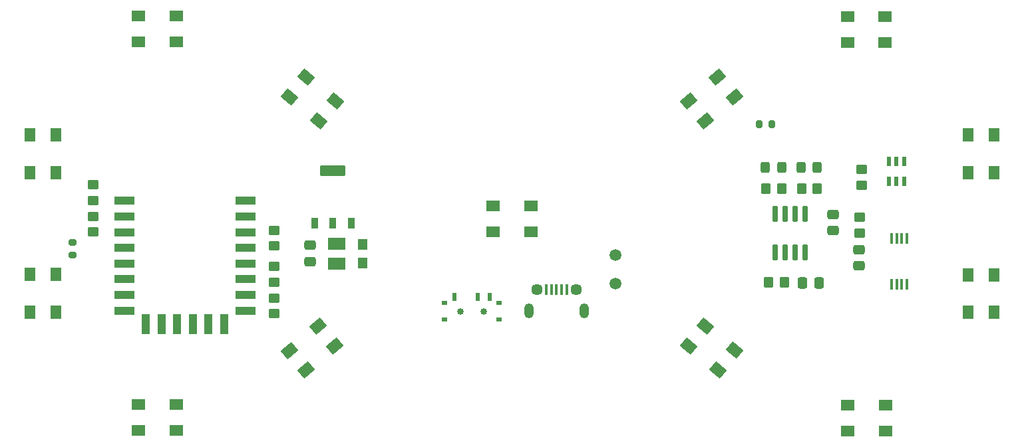
<source format=gbr>
%TF.GenerationSoftware,KiCad,Pcbnew,(7.0.0)*%
%TF.CreationDate,2023-08-19T05:22:45+05:30*%
%TF.ProjectId,glowtie,676c6f77-7469-4652-9e6b-696361645f70,rev?*%
%TF.SameCoordinates,Original*%
%TF.FileFunction,Soldermask,Top*%
%TF.FilePolarity,Negative*%
%FSLAX46Y46*%
G04 Gerber Fmt 4.6, Leading zero omitted, Abs format (unit mm)*
G04 Created by KiCad (PCBNEW (7.0.0)) date 2023-08-19 05:22:45*
%MOMM*%
%LPD*%
G01*
G04 APERTURE LIST*
G04 Aperture macros list*
%AMRoundRect*
0 Rectangle with rounded corners*
0 $1 Rounding radius*
0 $2 $3 $4 $5 $6 $7 $8 $9 X,Y pos of 4 corners*
0 Add a 4 corners polygon primitive as box body*
4,1,4,$2,$3,$4,$5,$6,$7,$8,$9,$2,$3,0*
0 Add four circle primitives for the rounded corners*
1,1,$1+$1,$2,$3*
1,1,$1+$1,$4,$5*
1,1,$1+$1,$6,$7*
1,1,$1+$1,$8,$9*
0 Add four rect primitives between the rounded corners*
20,1,$1+$1,$2,$3,$4,$5,0*
20,1,$1+$1,$4,$5,$6,$7,0*
20,1,$1+$1,$6,$7,$8,$9,0*
20,1,$1+$1,$8,$9,$2,$3,0*%
%AMRotRect*
0 Rectangle, with rotation*
0 The origin of the aperture is its center*
0 $1 length*
0 $2 width*
0 $3 Rotation angle, in degrees counterclockwise*
0 Add horizontal line*
21,1,$1,$2,0,0,$3*%
G04 Aperture macros list end*
%ADD10C,0.850000*%
%ADD11R,0.500000X1.000000*%
%ADD12R,0.800000X0.500000*%
%ADD13RoundRect,0.250000X-0.450000X0.350000X-0.450000X-0.350000X0.450000X-0.350000X0.450000X0.350000X0*%
%ADD14RotRect,1.400000X1.800000X310.000000*%
%ADD15R,1.800000X1.400000*%
%ADD16R,1.400000X1.800000*%
%ADD17RoundRect,0.250000X-0.475000X0.337500X-0.475000X-0.337500X0.475000X-0.337500X0.475000X0.337500X0*%
%ADD18RotRect,1.400000X1.800000X50.000000*%
%ADD19RoundRect,0.200000X-0.275000X0.200000X-0.275000X-0.200000X0.275000X-0.200000X0.275000X0.200000X0*%
%ADD20C,1.500000*%
%ADD21R,0.550000X1.200000*%
%ADD22R,2.500000X1.100000*%
%ADD23R,1.100000X2.500000*%
%ADD24R,0.450000X1.475000*%
%ADD25RoundRect,0.250000X0.350000X0.450000X-0.350000X0.450000X-0.350000X-0.450000X0.350000X-0.450000X0*%
%ADD26RoundRect,0.093000X-0.372000X-0.562000X0.372000X-0.562000X0.372000X0.562000X-0.372000X0.562000X0*%
%ADD27RoundRect,0.131000X-1.489000X-0.524000X1.489000X-0.524000X1.489000X0.524000X-1.489000X0.524000X0*%
%ADD28RoundRect,0.250000X0.450000X-0.350000X0.450000X0.350000X-0.450000X0.350000X-0.450000X-0.350000X0*%
%ADD29RoundRect,0.250000X-0.350000X-0.450000X0.350000X-0.450000X0.350000X0.450000X-0.350000X0.450000X0*%
%ADD30R,1.299997X1.405349*%
%ADD31RoundRect,0.250000X0.475000X-0.337500X0.475000X0.337500X-0.475000X0.337500X-0.475000X-0.337500X0*%
%ADD32R,2.311400X1.497551*%
%ADD33RotRect,1.400000X1.800000X230.000000*%
%ADD34RoundRect,0.250000X0.325000X0.450000X-0.325000X0.450000X-0.325000X-0.450000X0.325000X-0.450000X0*%
%ADD35RoundRect,0.200000X0.200000X0.275000X-0.200000X0.275000X-0.200000X-0.275000X0.200000X-0.275000X0*%
%ADD36RoundRect,0.250000X-0.337500X-0.475000X0.337500X-0.475000X0.337500X0.475000X-0.337500X0.475000X0*%
%ADD37R,0.400000X1.350000*%
%ADD38O,1.200000X1.900000*%
%ADD39C,1.450000*%
%ADD40RotRect,1.400000X1.800000X130.000000*%
%ADD41RoundRect,0.042000X0.258000X-0.943000X0.258000X0.943000X-0.258000X0.943000X-0.258000X-0.943000X0*%
G04 APERTURE END LIST*
D10*
X74825000Y-63875000D03*
X77825000Y-63875000D03*
D11*
X78574999Y-62024999D03*
X77074999Y-62024999D03*
X74074999Y-62024999D03*
D12*
X79774999Y-62824999D03*
X79774999Y-64924999D03*
X72874999Y-64924999D03*
X72874999Y-62824999D03*
D13*
X51150000Y-53550000D03*
X51150000Y-55550000D03*
D14*
X109709105Y-36541282D03*
X107587906Y-34013335D03*
X103910893Y-37098716D03*
X106032092Y-39626663D03*
D15*
X128919999Y-29599999D03*
X128919999Y-26299999D03*
X124119999Y-26299999D03*
X124119999Y-29599999D03*
D16*
X23379999Y-41419999D03*
X20079999Y-41419999D03*
X20079999Y-46219999D03*
X23379999Y-46219999D03*
D15*
X33929999Y-75809999D03*
X33929999Y-79109999D03*
X38729999Y-79109999D03*
X38729999Y-75809999D03*
D17*
X125600000Y-56012500D03*
X125600000Y-58087500D03*
D18*
X106062092Y-65763335D03*
X103940893Y-68291282D03*
X107617906Y-71376663D03*
X109739105Y-68848716D03*
D19*
X25475000Y-55100000D03*
X25475000Y-56750000D03*
D13*
X28130000Y-47770000D03*
X28130000Y-49770000D03*
D20*
X94600000Y-60350000D03*
D15*
X83819999Y-53729999D03*
X83819999Y-50429999D03*
X79019999Y-50429999D03*
X79019999Y-53729999D03*
D21*
X129399999Y-47349999D03*
X130349999Y-47349999D03*
X131299999Y-47349999D03*
X131299999Y-44749999D03*
X130349999Y-44749999D03*
X129399999Y-44749999D03*
D22*
X32129999Y-49802499D03*
X32129999Y-51802499D03*
X32129999Y-53802499D03*
X32129999Y-55802499D03*
X32129999Y-57802499D03*
X32129999Y-59802499D03*
X32129999Y-61802499D03*
X32129999Y-63802499D03*
X47529999Y-63802499D03*
X47529999Y-61802499D03*
X47529999Y-59802499D03*
X47529999Y-57802499D03*
X47529999Y-55802499D03*
X47529999Y-53802499D03*
X47529999Y-51802499D03*
X47529999Y-49802499D03*
D23*
X34819999Y-65502499D03*
X36819999Y-65502499D03*
X38819999Y-65502499D03*
X40819999Y-65502499D03*
X42819999Y-65502499D03*
X44819999Y-65502499D03*
D24*
X129724999Y-60437999D03*
X130374999Y-60437999D03*
X131024999Y-60437999D03*
X131674999Y-60437999D03*
X131674999Y-54561999D03*
X131024999Y-54561999D03*
X130374999Y-54561999D03*
X129724999Y-54561999D03*
D25*
X120280000Y-48210000D03*
X118280000Y-48210000D03*
D17*
X55700000Y-55462500D03*
X55700000Y-57537500D03*
D13*
X125650000Y-51900000D03*
X125650000Y-53900000D03*
X51140000Y-62200000D03*
X51140000Y-64200000D03*
X51150000Y-58150000D03*
X51150000Y-60150000D03*
D26*
X56360000Y-52646000D03*
X58650000Y-52646000D03*
X60940000Y-52646000D03*
D27*
X58650000Y-45956000D03*
D28*
X125950000Y-47800000D03*
X125950000Y-45800000D03*
D16*
X23399999Y-59169999D03*
X20099999Y-59169999D03*
X20099999Y-63969999D03*
X23399999Y-63969999D03*
D29*
X113740000Y-48210000D03*
X115740000Y-48210000D03*
D30*
X62449999Y-57699721D03*
X62449999Y-55400277D03*
D16*
X139459999Y-64019999D03*
X142759999Y-64019999D03*
X142759999Y-59219999D03*
X139459999Y-59219999D03*
X139469999Y-46179999D03*
X142769999Y-46179999D03*
X142769999Y-41379999D03*
X139469999Y-41379999D03*
D31*
X122300000Y-53587500D03*
X122300000Y-51512500D03*
D32*
X59099999Y-55292175D03*
X59099999Y-57807823D03*
D33*
X56797906Y-39636663D03*
X58919105Y-37108716D03*
X55242092Y-34023335D03*
X53120893Y-36551282D03*
D34*
X120262500Y-45500000D03*
X118212500Y-45500000D03*
D35*
X114500000Y-40000000D03*
X112850000Y-40000000D03*
D36*
X118412500Y-60240000D03*
X120487500Y-60240000D03*
D29*
X114070000Y-60220000D03*
X116070000Y-60220000D03*
D37*
X85774999Y-61112499D03*
X86424999Y-61112499D03*
X87074999Y-61112499D03*
X87724999Y-61112499D03*
X88374999Y-61112499D03*
D38*
X83574999Y-63812499D03*
D39*
X84575000Y-61112500D03*
X89575000Y-61112500D03*
D38*
X90574999Y-63812499D03*
D40*
X53100893Y-68878716D03*
X55222092Y-71406663D03*
X58899105Y-68321282D03*
X56777906Y-65793335D03*
D15*
X33919999Y-26279999D03*
X33919999Y-29579999D03*
X38719999Y-29579999D03*
X38719999Y-26279999D03*
D13*
X28150000Y-51780000D03*
X28150000Y-53780000D03*
D41*
X114935000Y-56385000D03*
X116205000Y-56385000D03*
X117475000Y-56385000D03*
X118745000Y-56385000D03*
X118745000Y-51435000D03*
X117475000Y-51435000D03*
X116205000Y-51435000D03*
X114935000Y-51435000D03*
D20*
X94600000Y-56750000D03*
D34*
X115732500Y-45540000D03*
X113682500Y-45540000D03*
D15*
X124149999Y-75829999D03*
X124149999Y-79129999D03*
X128949999Y-79129999D03*
X128949999Y-75829999D03*
M02*

</source>
